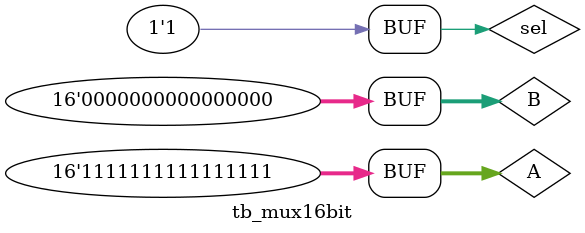
<source format=v>
module mux16bit(sel, i1, i2, o1);
  input sel;
  input [15:0] i1, i2;
  output [15:0] o1;
  reg [15:0] o1;
  always @(sel or i1 or i2) begin
    case (sel)
      1'b0: o1 = i1;
      1'b1: o1 = i2;
    endcase
  end
endmodule

module tb_mux16bit;
  reg [15:0] A, B;
  reg sel;
  wire [15:0] result;
  mux16bit uut(sel, A, B, result);
  initial begin
    #10
    A = 16'b1111_1111_1111_1111;
    B = 16'b0000_0000_0000_0000;
    sel = 1'b0;
    #10
    sel = 1'b1;
  end
  initial begin
    $monitor("A=%d B=%d sel=%d : result=%d", A, B, sel, result);
  end
endmodule

</source>
